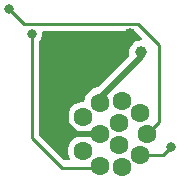
<source format=gbr>
%TF.GenerationSoftware,KiCad,Pcbnew,7.0.6*%
%TF.CreationDate,2024-04-06T15:36:31-04:00*%
%TF.ProjectId,peripheral_io_left_eth,70657269-7068-4657-9261-6c5f696f5f6c,rev?*%
%TF.SameCoordinates,Original*%
%TF.FileFunction,Copper,L2,Bot*%
%TF.FilePolarity,Positive*%
%FSLAX46Y46*%
G04 Gerber Fmt 4.6, Leading zero omitted, Abs format (unit mm)*
G04 Created by KiCad (PCBNEW 7.0.6) date 2024-04-06 15:36:31*
%MOMM*%
%LPD*%
G01*
G04 APERTURE LIST*
%TA.AperFunction,ComponentPad*%
%ADD10C,1.600000*%
%TD*%
%TA.AperFunction,ViaPad*%
%ADD11C,0.800000*%
%TD*%
%TA.AperFunction,ViaPad*%
%ADD12C,1.000000*%
%TD*%
%TA.AperFunction,Conductor*%
%ADD13C,0.250000*%
%TD*%
%TA.AperFunction,Conductor*%
%ADD14C,0.500000*%
%TD*%
G04 APERTURE END LIST*
D10*
%TO.P,J1,1,1*%
%TO.N,Net-(Input1-Pad7)*%
X181031928Y-73449408D03*
%TO.P,J1,2,2*%
%TO.N,/Red*%
X181031969Y-76305476D03*
%TO.P,J1,3,3*%
%TO.N,Net-(Input1-Pad5)*%
X182428578Y-77549421D03*
%TO.P,J1,4,4*%
%TO.N,Net-(Input1-Pad2)*%
X184294316Y-77681970D03*
%TO.P,J1,5,5*%
%TO.N,/Bl*%
X185852930Y-76647803D03*
%TO.P,J1,6,6*%
%TO.N,Net-(Input1-Pad6)*%
X186455864Y-74877436D03*
%TO.P,J1,7,7*%
%TO.N,Net-(Input1-Pad3)*%
X185852930Y-73107068D03*
%TO.P,J1,8,8*%
%TO.N,Net-(Input1-Pad4)*%
X184294316Y-72072902D03*
%TO.P,J1,9,9*%
%TO.N,Net-(J1-Pad9)*%
X182428578Y-72205450D03*
%TO.P,J1,10,10*%
%TO.N,GND*%
X182455962Y-74877436D03*
%TO.P,J1,11,11*%
%TO.N,unconnected-(J1-Pad11)*%
X184105959Y-75830063D03*
%TO.P,J1,12,12*%
%TO.N,unconnected-(J1-Pad12)*%
X184105959Y-73924808D03*
%TD*%
D11*
%TO.N,/Bl*%
X188468000Y-75946000D03*
%TO.N,Net-(Input1-Pad5)*%
X176657000Y-66421000D03*
%TO.N,Net-(Input1-Pad6)*%
X174752000Y-64262000D03*
D12*
%TO.N,Net-(J1-Pad9)*%
X185928000Y-67945000D03*
%TO.N,GND*%
X185034701Y-66425299D03*
%TD*%
D13*
%TO.N,/Bl*%
X188468000Y-75946000D02*
X187766197Y-76647803D01*
X187766197Y-76647803D02*
X185852930Y-76647803D01*
%TO.N,Net-(Input1-Pad5)*%
X176657000Y-66421000D02*
X176657000Y-75184000D01*
X179197000Y-77724000D02*
X182253999Y-77724000D01*
X182253999Y-77724000D02*
X182428578Y-77549421D01*
X176657000Y-75184000D02*
X179197000Y-77724000D01*
%TO.N,Net-(Input1-Pad6)*%
X174752000Y-64262000D02*
X176022000Y-65532000D01*
X185674000Y-65532000D02*
X187452000Y-67310000D01*
X187452000Y-67310000D02*
X187452000Y-73881300D01*
X176022000Y-65532000D02*
X185674000Y-65532000D01*
X187452000Y-73881300D02*
X186455864Y-74877436D01*
D14*
%TO.N,Net-(J1-Pad9)*%
X185928000Y-68326000D02*
X185928000Y-67945000D01*
X182428578Y-72205450D02*
X182428578Y-71825422D01*
X182428578Y-71825422D02*
X185928000Y-68326000D01*
%TO.N,GND*%
X185034701Y-66425299D02*
X179578000Y-71882000D01*
X179578000Y-71882000D02*
X179578000Y-74041000D01*
X180414436Y-74877436D02*
X182455962Y-74877436D01*
X179578000Y-74041000D02*
X180414436Y-74877436D01*
%TD*%
%TA.AperFunction,Conductor*%
%TO.N,GND*%
G36*
X185430587Y-66177185D02*
G01*
X185451229Y-66193819D01*
X185987557Y-66730147D01*
X186021042Y-66791470D01*
X186016058Y-66861162D01*
X185974186Y-66917095D01*
X185912030Y-66941231D01*
X185731870Y-66958975D01*
X185543266Y-67016188D01*
X185369467Y-67109086D01*
X185369460Y-67109090D01*
X185217116Y-67234116D01*
X185092090Y-67386460D01*
X185092086Y-67386467D01*
X184999188Y-67560266D01*
X184941975Y-67748870D01*
X184922659Y-67945000D01*
X184941976Y-68141134D01*
X184945892Y-68154044D01*
X184946514Y-68223911D01*
X184914912Y-68277718D01*
X182311530Y-70881100D01*
X182250207Y-70914585D01*
X182234660Y-70916947D01*
X182213632Y-70918787D01*
X182201886Y-70919815D01*
X182201883Y-70919815D01*
X182201880Y-70919816D01*
X181982089Y-70978708D01*
X181982080Y-70978711D01*
X181775845Y-71074881D01*
X181775843Y-71074882D01*
X181589436Y-71205404D01*
X181428532Y-71366308D01*
X181298010Y-71552715D01*
X181298009Y-71552717D01*
X181201839Y-71758952D01*
X181201836Y-71758961D01*
X181142944Y-71978752D01*
X181142942Y-71978762D01*
X181138304Y-72031775D01*
X181112850Y-72096844D01*
X181056259Y-72137821D01*
X181025584Y-72144494D01*
X180805240Y-72163772D01*
X180805230Y-72163774D01*
X180585439Y-72222666D01*
X180585430Y-72222669D01*
X180379195Y-72318839D01*
X180379193Y-72318840D01*
X180192786Y-72449362D01*
X180031882Y-72610266D01*
X179901360Y-72796673D01*
X179901359Y-72796675D01*
X179805189Y-73002910D01*
X179805186Y-73002919D01*
X179746294Y-73222710D01*
X179746292Y-73222721D01*
X179726460Y-73449406D01*
X179726460Y-73449409D01*
X179746292Y-73676094D01*
X179746294Y-73676105D01*
X179805186Y-73895896D01*
X179805189Y-73895905D01*
X179901359Y-74102140D01*
X179901360Y-74102142D01*
X180031882Y-74288549D01*
X180192786Y-74449453D01*
X180192789Y-74449455D01*
X180379194Y-74579976D01*
X180585432Y-74676147D01*
X180805236Y-74735043D01*
X181020953Y-74753915D01*
X181027882Y-74756626D01*
X181029320Y-74755871D01*
X181042942Y-74753912D01*
X181258620Y-74735043D01*
X181478424Y-74676147D01*
X181557970Y-74639053D01*
X181610374Y-74627436D01*
X181836147Y-74627436D01*
X181829610Y-74639892D01*
X181790962Y-74796690D01*
X181790962Y-74958182D01*
X181829610Y-75114980D01*
X181836147Y-75127436D01*
X181610390Y-75127436D01*
X181557985Y-75115818D01*
X181539744Y-75107312D01*
X181478465Y-75078737D01*
X181478461Y-75078736D01*
X181478457Y-75078734D01*
X181258666Y-75019842D01*
X181258656Y-75019840D01*
X181042944Y-75000968D01*
X181036013Y-74998256D01*
X181034577Y-74999012D01*
X181020952Y-75000971D01*
X180805281Y-75019840D01*
X180805271Y-75019842D01*
X180585480Y-75078734D01*
X180585471Y-75078737D01*
X180379236Y-75174907D01*
X180379234Y-75174908D01*
X180192827Y-75305430D01*
X180031923Y-75466334D01*
X179901401Y-75652741D01*
X179901400Y-75652743D01*
X179805230Y-75858978D01*
X179805227Y-75858987D01*
X179746335Y-76078778D01*
X179746333Y-76078789D01*
X179726501Y-76305474D01*
X179726501Y-76305477D01*
X179746333Y-76532162D01*
X179746335Y-76532173D01*
X179805227Y-76751964D01*
X179805229Y-76751968D01*
X179805230Y-76751972D01*
X179850631Y-76849334D01*
X179884560Y-76922095D01*
X179895052Y-76991173D01*
X179866532Y-77054957D01*
X179808056Y-77093196D01*
X179772178Y-77098500D01*
X179507453Y-77098500D01*
X179440414Y-77078815D01*
X179419772Y-77062181D01*
X177318819Y-74961227D01*
X177285334Y-74899904D01*
X177282500Y-74873546D01*
X177282500Y-67119687D01*
X177302185Y-67052648D01*
X177314350Y-67036715D01*
X177348177Y-66999146D01*
X177389533Y-66953216D01*
X177484179Y-66789284D01*
X177542674Y-66609256D01*
X177562460Y-66421000D01*
X177549160Y-66294459D01*
X177561730Y-66225732D01*
X177609462Y-66174708D01*
X177672481Y-66157500D01*
X185363548Y-66157500D01*
X185430587Y-66177185D01*
G37*
%TD.AperFunction*%
%TD*%
M02*

</source>
